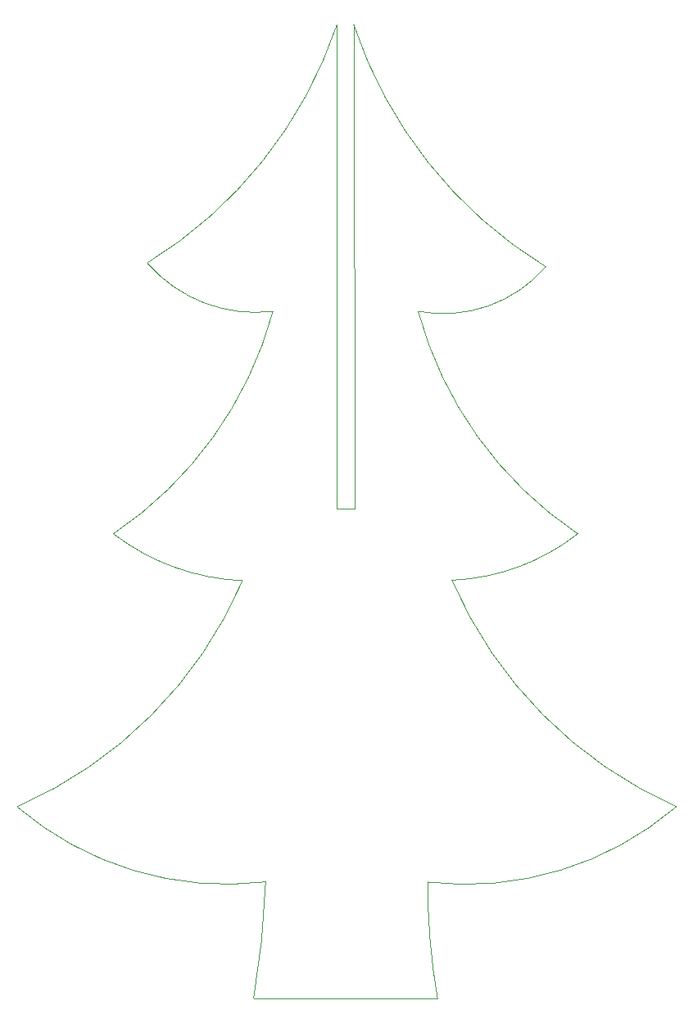
<source format=gm1>
%TF.GenerationSoftware,KiCad,Pcbnew,(6.0.7)*%
%TF.CreationDate,2022-11-21T20:09:17+01:00*%
%TF.ProjectId,Arbolito Tronco,4172626f-6c69-4746-9f20-54726f6e636f,rev?*%
%TF.SameCoordinates,Original*%
%TF.FileFunction,Profile,NP*%
%FSLAX46Y46*%
G04 Gerber Fmt 4.6, Leading zero omitted, Abs format (unit mm)*
G04 Created by KiCad (PCBNEW (6.0.7)) date 2022-11-21 20:09:17*
%MOMM*%
%LPD*%
G01*
G04 APERTURE LIST*
%TA.AperFunction,Profile*%
%ADD10C,0.100000*%
%TD*%
G04 APERTURE END LIST*
D10*
X147000005Y-58999999D02*
G75*
G03*
X163500000Y-82000000I39068195J10608699D01*
G01*
X148000002Y-117999981D02*
G75*
G03*
X173700000Y-110200000I3955898J33204981D01*
G01*
X119000004Y-54000007D02*
G75*
G03*
X138600000Y-29400000I-24100204J39309907D01*
G01*
X115500000Y-82000000D02*
G75*
G03*
X132000000Y-59000000I-22568230J33608730D01*
G01*
X105537921Y-110210808D02*
G75*
G03*
X128850000Y-86850000I-17821031J41095988D01*
G01*
X140350000Y-29400000D02*
X140400000Y-79400000D01*
X138600000Y-29400000D02*
X138600000Y-79400000D01*
X105537918Y-110210811D02*
G75*
G03*
X131237047Y-117978087I21678582J25328411D01*
G01*
X150500001Y-86800026D02*
G75*
G03*
X163500000Y-82000000I-994101J22696426D01*
G01*
X146999995Y-59000027D02*
G75*
G03*
X160200000Y-54400000I2599405J13779927D01*
G01*
X148000003Y-118000000D02*
G75*
G03*
X149000001Y-130000000I68822197J-306500D01*
G01*
X130000000Y-130000000D02*
G75*
G03*
X131237047Y-117978087I-87385700J15066530D01*
G01*
X130000000Y-130000000D02*
X149000000Y-130000000D01*
X140349996Y-29400001D02*
G75*
G03*
X160200000Y-54400000I44196404J14711501D01*
G01*
X115499997Y-82000004D02*
G75*
G03*
X128850000Y-86850000I14385803J18799604D01*
G01*
X150499964Y-86800016D02*
G75*
G03*
X173700000Y-110200000I41408836J17854116D01*
G01*
X140400000Y-79400000D02*
X138600000Y-79400000D01*
X119000010Y-53999991D02*
G75*
G03*
X132000000Y-59000000I11187890J9688491D01*
G01*
M02*

</source>
